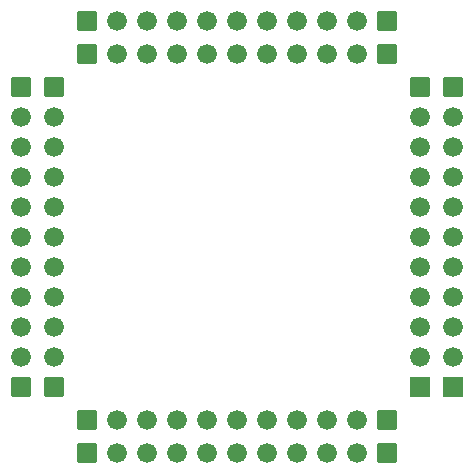
<source format=gbs>
G04 Layer: BottomSolderMaskLayer*
G04 EasyEDA v6.5.23, 2023-09-13 20:10:37*
G04 8cb85547c76b4b6bafe6db91d84ccfe4,770f52a9c06342aeb7d9f723a0e8078a,10*
G04 Gerber Generator version 0.2*
G04 Scale: 100 percent, Rotated: No, Reflected: No *
G04 Dimensions in millimeters *
G04 leading zeros omitted , absolute positions ,4 integer and 5 decimal *
%FSLAX45Y45*%
%MOMM*%

%AMMACRO1*1,1,$1,$2,$3*1,1,$1,$4,$5*1,1,$1,0-$2,0-$3*1,1,$1,0-$4,0-$5*20,1,$1,$2,$3,$4,$5,0*20,1,$1,$4,$5,0-$2,0-$3,0*20,1,$1,0-$2,0-$3,0-$4,0-$5,0*20,1,$1,0-$4,0-$5,$2,$3,0*4,1,4,$2,$3,$4,$5,0-$2,0-$3,0-$4,0-$5,$2,$3,0*%
%ADD10C,1.6764*%
%ADD11MACRO1,0.1016X0.7874X0.7874X0.7874X-0.7874*%
%ADD12MACRO1,0.1016X-0.7874X0.7874X0.7874X0.7874*%
%ADD13R,1.6764X1.6764*%
%ADD14MACRO1,0.1016X0.7874X-0.7874X-0.7874X-0.7874*%

%LPD*%
D10*
G01*
X139700Y-2984500D03*
G01*
X139700Y-2730500D03*
G01*
X139700Y-2476500D03*
G01*
X139700Y-2222500D03*
G01*
X139700Y-1968500D03*
G01*
X139700Y-1714500D03*
G01*
X139700Y-1460500D03*
G01*
X139700Y-1206500D03*
G01*
X139700Y-952500D03*
D11*
G01*
X139700Y-698500D03*
D10*
G01*
X419100Y-2984500D03*
G01*
X419100Y-2730500D03*
G01*
X419100Y-2476500D03*
G01*
X419100Y-2222500D03*
G01*
X419100Y-1968500D03*
G01*
X419100Y-1714500D03*
G01*
X419100Y-1460500D03*
G01*
X419100Y-1206500D03*
G01*
X419100Y-952500D03*
D11*
G01*
X419100Y-698500D03*
G01*
X698500Y-139700D03*
G01*
X698500Y-419100D03*
G01*
X139700Y-3238500D03*
G01*
X419100Y-3238500D03*
D10*
G01*
X2984500Y-3797300D03*
G01*
X2730500Y-3797300D03*
G01*
X2476500Y-3797300D03*
G01*
X2222500Y-3797300D03*
G01*
X1968500Y-3797300D03*
G01*
X1714500Y-3797300D03*
G01*
X1460500Y-3797300D03*
G01*
X1206500Y-3797300D03*
G01*
X952500Y-3797300D03*
D12*
G01*
X698500Y-3797300D03*
D10*
G01*
X2984500Y-3517900D03*
G01*
X2730500Y-3517900D03*
G01*
X2476500Y-3517900D03*
G01*
X2222500Y-3517900D03*
G01*
X1968500Y-3517900D03*
G01*
X1714500Y-3517900D03*
G01*
X1460500Y-3517900D03*
G01*
X1206500Y-3517900D03*
G01*
X952500Y-3517900D03*
D12*
G01*
X698500Y-3517900D03*
D11*
G01*
X3238500Y-3797300D03*
G01*
X3238500Y-3517900D03*
D10*
G01*
X3797300Y-952500D03*
G01*
X3797300Y-1206500D03*
G01*
X3797300Y-1460500D03*
G01*
X3797300Y-1714500D03*
G01*
X3797300Y-1968500D03*
G01*
X3797300Y-2222500D03*
G01*
X3797300Y-2476500D03*
G01*
X3797300Y-2730500D03*
G01*
X3797300Y-2984500D03*
D13*
G01*
X3797300Y-3238500D03*
D10*
G01*
X3517900Y-952500D03*
G01*
X3517900Y-1206500D03*
G01*
X3517900Y-1460500D03*
G01*
X3517900Y-1714500D03*
G01*
X3517900Y-1968500D03*
G01*
X3517900Y-2222500D03*
G01*
X3517900Y-2476500D03*
G01*
X3517900Y-2730500D03*
G01*
X3517900Y-2984500D03*
D13*
G01*
X3517900Y-3238500D03*
D11*
G01*
X3797300Y-698500D03*
G01*
X3517900Y-698500D03*
D10*
G01*
X952500Y-139700D03*
G01*
X1206500Y-139700D03*
G01*
X1460500Y-139700D03*
G01*
X1714500Y-139700D03*
G01*
X1968500Y-139700D03*
G01*
X2222500Y-139700D03*
G01*
X2476500Y-139700D03*
G01*
X2730500Y-139700D03*
G01*
X2984500Y-139700D03*
D14*
G01*
X3238500Y-139700D03*
D10*
G01*
X952500Y-419100D03*
G01*
X1206500Y-419100D03*
G01*
X1460500Y-419100D03*
G01*
X1714500Y-419100D03*
G01*
X1968500Y-419100D03*
G01*
X2222500Y-419100D03*
G01*
X2476500Y-419100D03*
G01*
X2730500Y-419100D03*
G01*
X2984500Y-419100D03*
D14*
G01*
X3238500Y-419100D03*
M02*

</source>
